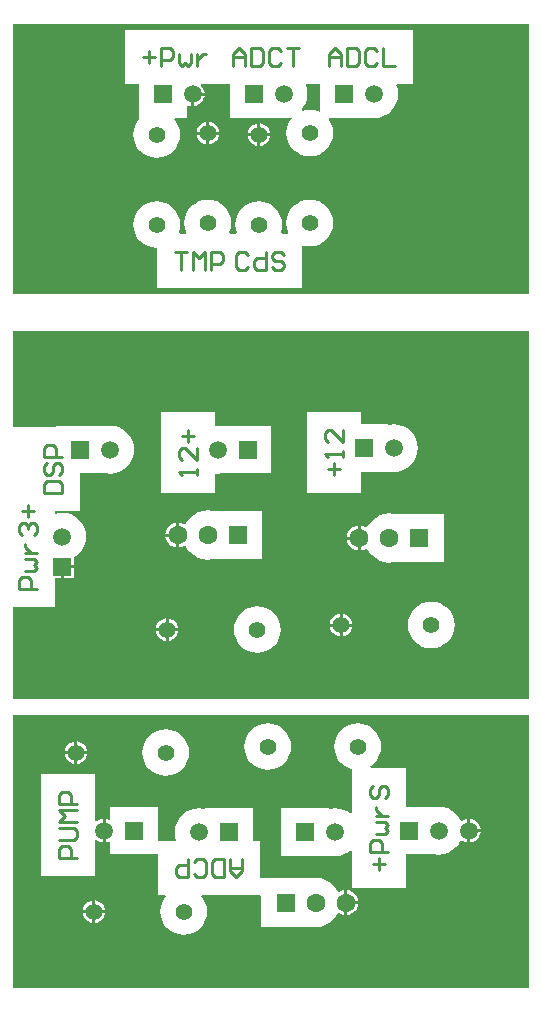
<source format=gtl>
G04 Layer_Physical_Order=1*
G04 Layer_Color=255*
%FSLAX25Y25*%
%MOIN*%
G70*
G01*
G75*
%ADD10C,0.01000*%
%ADD11C,0.05512*%
%ADD12C,0.06299*%
%ADD13R,0.06299X0.06299*%
%ADD14R,0.05906X0.05906*%
%ADD15C,0.05906*%
%ADD16R,0.05906X0.05906*%
G36*
X634952Y450000D02*
X463048D01*
Y539953D01*
X634952D01*
Y450000D01*
D02*
G37*
G36*
Y315000D02*
X463048D01*
Y345500D01*
X477000D01*
Y355047D01*
X479000D01*
Y359000D01*
X479500D01*
Y359500D01*
X483453D01*
Y362095D01*
X483940Y362355D01*
X485151Y363349D01*
X486144Y364560D01*
X486883Y365942D01*
X487338Y367441D01*
X487491Y369000D01*
X487338Y370559D01*
X486883Y372058D01*
X486144Y373440D01*
X485151Y374651D01*
X483940Y375644D01*
X482558Y376383D01*
X481059Y376838D01*
X479500Y376991D01*
X477941Y376838D01*
X477402Y376674D01*
X477000Y376972D01*
Y377500D01*
X485500D01*
Y390047D01*
X493453D01*
Y390047D01*
X493623Y390174D01*
X493953Y390161D01*
X495500Y390009D01*
X497059Y390162D01*
X498558Y390617D01*
X499940Y391355D01*
X501151Y392349D01*
X502144Y393560D01*
X502883Y394942D01*
X503338Y396441D01*
X503491Y398000D01*
X503338Y399559D01*
X502883Y401058D01*
X502144Y402440D01*
X501151Y403651D01*
X499940Y404644D01*
X498558Y405383D01*
X497059Y405838D01*
X495500Y405991D01*
X493953Y405839D01*
X493623Y405826D01*
X493453Y405953D01*
Y405953D01*
X477547D01*
Y405495D01*
X463048D01*
Y437500D01*
X634952D01*
Y315000D01*
D02*
G37*
G36*
Y218548D02*
X463048D01*
Y309500D01*
X634952D01*
Y218548D01*
D02*
G37*
%LPC*%
G36*
X526921Y516000D02*
X523500D01*
Y512579D01*
X524032Y512649D01*
X524993Y513047D01*
X525819Y513681D01*
X526453Y514507D01*
X526851Y515468D01*
X526921Y516000D01*
D02*
G37*
G36*
X596493Y537998D02*
X500500D01*
Y520000D01*
X505047D01*
Y508547D01*
X505047Y508547D01*
X505047D01*
X505109Y508047D01*
X504520Y507330D01*
X503800Y505982D01*
X503356Y504520D01*
X503207Y503000D01*
X503356Y501480D01*
X503800Y500018D01*
X504520Y498670D01*
X505489Y497489D01*
X506670Y496520D01*
X508018Y495800D01*
X509480Y495356D01*
X511000Y495207D01*
X512520Y495356D01*
X513982Y495800D01*
X515330Y496520D01*
X516511Y497489D01*
X517480Y498670D01*
X518200Y500018D01*
X518644Y501480D01*
X518793Y503000D01*
X518644Y504520D01*
X518200Y505982D01*
X517480Y507330D01*
X516891Y508047D01*
X517128Y508547D01*
X520953D01*
Y512528D01*
X521453Y512862D01*
X521968Y512649D01*
X522500Y512579D01*
Y516500D01*
X523000D01*
Y517000D01*
X526921D01*
X526851Y517532D01*
X526453Y518493D01*
X525819Y519319D01*
X525583Y519500D01*
X525753Y520000D01*
X535297D01*
Y508547D01*
X551203D01*
Y508547D01*
X551373Y508674D01*
X551703Y508661D01*
X553250Y508509D01*
X554809Y508662D01*
X555804Y508964D01*
X556094Y508530D01*
X555520Y507830D01*
X554800Y506482D01*
X554356Y505020D01*
X554207Y503500D01*
X554356Y501980D01*
X554800Y500518D01*
X555520Y499170D01*
X556489Y497989D01*
X557670Y497020D01*
X559018Y496300D01*
X560480Y495856D01*
X562000Y495707D01*
X563520Y495856D01*
X564982Y496300D01*
X566330Y497020D01*
X567511Y497989D01*
X568480Y499170D01*
X569200Y500518D01*
X569644Y501980D01*
X569793Y503500D01*
X569644Y505020D01*
X569200Y506482D01*
X568480Y507830D01*
X568262Y508095D01*
X568476Y508547D01*
X581453D01*
Y508547D01*
X581624Y508674D01*
X581953Y508661D01*
X583500Y508509D01*
X585059Y508662D01*
X586558Y509117D01*
X587940Y509856D01*
X589151Y510849D01*
X590144Y512060D01*
X590883Y513442D01*
X591338Y514941D01*
X591491Y516500D01*
X591338Y518059D01*
X590901Y519500D01*
X591055Y519869D01*
X591133Y520000D01*
X596493D01*
Y537998D01*
D02*
G37*
G36*
X528500Y507223D02*
Y504000D01*
X531722D01*
X531659Y504481D01*
X531281Y505394D01*
X530679Y506179D01*
X529894Y506781D01*
X528980Y507159D01*
X528500Y507223D01*
D02*
G37*
G36*
X527500D02*
X527020Y507159D01*
X526106Y506781D01*
X525321Y506179D01*
X524719Y505394D01*
X524341Y504481D01*
X524277Y504000D01*
X527500D01*
Y507223D01*
D02*
G37*
G36*
X545500Y506722D02*
Y503500D01*
X548723D01*
X548659Y503980D01*
X548281Y504894D01*
X547679Y505679D01*
X546894Y506281D01*
X545981Y506659D01*
X545500Y506722D01*
D02*
G37*
G36*
X544500D02*
X544020Y506659D01*
X543106Y506281D01*
X542321Y505679D01*
X541719Y504894D01*
X541341Y503980D01*
X541278Y503500D01*
X544500D01*
Y506722D01*
D02*
G37*
G36*
X531722Y503000D02*
X528500D01*
Y499778D01*
X528980Y499841D01*
X529894Y500219D01*
X530679Y500821D01*
X531281Y501606D01*
X531659Y502520D01*
X531722Y503000D01*
D02*
G37*
G36*
X527500D02*
X524277D01*
X524341Y502520D01*
X524719Y501606D01*
X525321Y500821D01*
X526106Y500219D01*
X527020Y499841D01*
X527500Y499778D01*
Y503000D01*
D02*
G37*
G36*
X548723Y502500D02*
X545500D01*
Y499277D01*
X545981Y499341D01*
X546894Y499719D01*
X547679Y500321D01*
X548281Y501106D01*
X548659Y502020D01*
X548723Y502500D01*
D02*
G37*
G36*
X544500D02*
X541278D01*
X541341Y502020D01*
X541719Y501106D01*
X542321Y500321D01*
X543106Y499719D01*
X544020Y499341D01*
X544500Y499277D01*
Y502500D01*
D02*
G37*
G36*
X562000Y481293D02*
X560480Y481144D01*
X559018Y480700D01*
X557670Y479980D01*
X556489Y479011D01*
X555520Y477830D01*
X554800Y476482D01*
X554356Y475020D01*
X554207Y473500D01*
X554356Y471980D01*
X554800Y470518D01*
X554848Y470427D01*
X554591Y469998D01*
X552717D01*
X552346Y470498D01*
X552644Y471480D01*
X552793Y473000D01*
X552644Y474520D01*
X552200Y475982D01*
X551480Y477330D01*
X550511Y478511D01*
X549330Y479480D01*
X547982Y480200D01*
X546520Y480644D01*
X545000Y480793D01*
X543480Y480644D01*
X542018Y480200D01*
X540670Y479480D01*
X539489Y478511D01*
X538520Y477330D01*
X537800Y475982D01*
X537356Y474520D01*
X537207Y473000D01*
X537356Y471480D01*
X537654Y470498D01*
X537283Y469998D01*
X535409D01*
X535152Y470427D01*
X535200Y470518D01*
X535644Y471980D01*
X535793Y473500D01*
X535644Y475020D01*
X535200Y476482D01*
X534480Y477830D01*
X533511Y479011D01*
X532330Y479980D01*
X530982Y480700D01*
X529520Y481144D01*
X528000Y481293D01*
X526480Y481144D01*
X525018Y480700D01*
X523670Y479980D01*
X522489Y479011D01*
X521520Y477830D01*
X520800Y476482D01*
X520356Y475020D01*
X520207Y473500D01*
X520356Y471980D01*
X520800Y470518D01*
X520848Y470427D01*
X520591Y469998D01*
X518717D01*
X518346Y470498D01*
X518644Y471480D01*
X518793Y473000D01*
X518644Y474520D01*
X518200Y475982D01*
X517480Y477330D01*
X516511Y478511D01*
X515330Y479480D01*
X513982Y480200D01*
X512520Y480644D01*
X511000Y480793D01*
X509480Y480644D01*
X508018Y480200D01*
X506670Y479480D01*
X505489Y478511D01*
X504520Y477330D01*
X503800Y475982D01*
X503356Y474520D01*
X503207Y473000D01*
X503356Y471480D01*
X503800Y470018D01*
X504520Y468670D01*
X505489Y467489D01*
X506670Y466520D01*
X508018Y465800D01*
X509480Y465356D01*
X511000Y465207D01*
Y452000D01*
X559495D01*
Y465735D01*
X559896Y466033D01*
X560480Y465856D01*
X562000Y465707D01*
X563520Y465856D01*
X564982Y466300D01*
X566330Y467020D01*
X567511Y467989D01*
X568480Y469170D01*
X569200Y470518D01*
X569644Y471980D01*
X569793Y473500D01*
X569644Y475020D01*
X569200Y476482D01*
X568480Y477830D01*
X567511Y479011D01*
X566330Y479980D01*
X564982Y480700D01*
X563520Y481144D01*
X562000Y481293D01*
D02*
G37*
%LPD*%
G36*
X565547Y510885D02*
X565118Y510628D01*
X564982Y510700D01*
X563520Y511144D01*
X562000Y511293D01*
X560480Y511144D01*
X559560Y510865D01*
X559270Y511299D01*
X559895Y512060D01*
X560633Y513442D01*
X561088Y514941D01*
X561241Y516500D01*
X561088Y518059D01*
X560651Y519500D01*
X560805Y519869D01*
X560883Y520000D01*
X565547D01*
Y510885D01*
D02*
G37*
%LPC*%
G36*
X579000Y410495D02*
X561002D01*
Y383500D01*
X579000D01*
Y390547D01*
X587953D01*
Y390547D01*
X588124Y390674D01*
X588453Y390661D01*
X590000Y390509D01*
X591559Y390662D01*
X593058Y391117D01*
X594440Y391856D01*
X595651Y392849D01*
X596644Y394060D01*
X597383Y395442D01*
X597838Y396941D01*
X597991Y398500D01*
X597838Y400059D01*
X597383Y401558D01*
X596644Y402940D01*
X595651Y404151D01*
X594440Y405145D01*
X593058Y405883D01*
X591559Y406338D01*
X590000Y406491D01*
X588453Y406339D01*
X588124Y406326D01*
X587953Y406453D01*
Y406453D01*
X579000D01*
Y410495D01*
D02*
G37*
G36*
X530500D02*
X512502D01*
Y383500D01*
X530500D01*
Y389710D01*
X530870Y390046D01*
X531250Y390009D01*
X532797Y390161D01*
X533126Y390174D01*
X533297Y390047D01*
Y390047D01*
X549203D01*
Y405953D01*
X533297D01*
Y405953D01*
X533126Y405826D01*
X532797Y405839D01*
X531250Y405991D01*
X530870Y405954D01*
X530500Y406290D01*
Y410495D01*
D02*
G37*
G36*
X528000Y377689D02*
X526402Y377532D01*
X524866Y377066D01*
X523450Y376309D01*
X522210Y375290D01*
X521191Y374050D01*
X520703Y373137D01*
X520214Y373031D01*
X520093Y373125D01*
X519083Y373543D01*
X518500Y373620D01*
Y369500D01*
Y365380D01*
X519083Y365457D01*
X520093Y365875D01*
X520214Y365969D01*
X520703Y365863D01*
X521191Y364950D01*
X522210Y363709D01*
X523450Y362691D01*
X524866Y361934D01*
X526402Y361468D01*
X528000Y361311D01*
X529350Y361444D01*
X529850Y361350D01*
Y361350D01*
X546150D01*
Y377650D01*
X529850D01*
X529850Y377650D01*
X529350Y377556D01*
X528000Y377689D01*
D02*
G37*
G36*
X588500Y376689D02*
X586902Y376532D01*
X585366Y376066D01*
X583950Y375309D01*
X582710Y374290D01*
X581691Y373050D01*
X581203Y372137D01*
X580714Y372031D01*
X580593Y372125D01*
X579583Y372543D01*
X579000Y372620D01*
Y368500D01*
Y364380D01*
X579583Y364457D01*
X580593Y364875D01*
X580714Y364969D01*
X581203Y364863D01*
X581691Y363950D01*
X582710Y362709D01*
X583950Y361691D01*
X585366Y360934D01*
X586902Y360468D01*
X588500Y360311D01*
X589850Y360444D01*
X590350Y360350D01*
Y360350D01*
X606650D01*
Y376650D01*
X590350D01*
X590350Y376650D01*
X589850Y376556D01*
X588500Y376689D01*
D02*
G37*
G36*
X517500Y373620D02*
X516917Y373543D01*
X515907Y373125D01*
X515040Y372460D01*
X514375Y371593D01*
X513957Y370583D01*
X513880Y370000D01*
X517500D01*
Y373620D01*
D02*
G37*
G36*
X578000Y372620D02*
X577417Y372543D01*
X576407Y372125D01*
X575540Y371460D01*
X574875Y370593D01*
X574457Y369583D01*
X574380Y369000D01*
X578000D01*
Y372620D01*
D02*
G37*
G36*
X517500Y369000D02*
X513880D01*
X513957Y368417D01*
X514375Y367407D01*
X515040Y366541D01*
X515907Y365875D01*
X516917Y365457D01*
X517500Y365380D01*
Y369000D01*
D02*
G37*
G36*
X578000Y368000D02*
X574380D01*
X574457Y367417D01*
X574875Y366407D01*
X575540Y365541D01*
X576407Y364875D01*
X577417Y364457D01*
X578000Y364380D01*
Y368000D01*
D02*
G37*
G36*
X483453Y358500D02*
X480000D01*
Y355047D01*
X483453D01*
Y358500D01*
D02*
G37*
G36*
X573000Y343222D02*
Y340000D01*
X576223D01*
X576159Y340480D01*
X575781Y341394D01*
X575179Y342179D01*
X574394Y342781D01*
X573481Y343159D01*
X573000Y343222D01*
D02*
G37*
G36*
X572000D02*
X571520Y343159D01*
X570606Y342781D01*
X569821Y342179D01*
X569219Y341394D01*
X568841Y340480D01*
X568778Y340000D01*
X572000D01*
Y343222D01*
D02*
G37*
G36*
X515000Y341722D02*
Y338500D01*
X518223D01*
X518159Y338981D01*
X517781Y339894D01*
X517179Y340679D01*
X516394Y341281D01*
X515481Y341659D01*
X515000Y341722D01*
D02*
G37*
G36*
X514000D02*
X513519Y341659D01*
X512606Y341281D01*
X511821Y340679D01*
X511219Y339894D01*
X510841Y338981D01*
X510778Y338500D01*
X514000D01*
Y341722D01*
D02*
G37*
G36*
X576223Y339000D02*
X573000D01*
Y335777D01*
X573481Y335841D01*
X574394Y336219D01*
X575179Y336821D01*
X575781Y337606D01*
X576159Y338520D01*
X576223Y339000D01*
D02*
G37*
G36*
X572000D02*
X568778D01*
X568841Y338520D01*
X569219Y337606D01*
X569821Y336821D01*
X570606Y336219D01*
X571520Y335841D01*
X572000Y335777D01*
Y339000D01*
D02*
G37*
G36*
X518223Y337500D02*
X515000D01*
Y334278D01*
X515481Y334341D01*
X516394Y334719D01*
X517179Y335321D01*
X517781Y336106D01*
X518159Y337019D01*
X518223Y337500D01*
D02*
G37*
G36*
X514000D02*
X510778D01*
X510841Y337019D01*
X511219Y336106D01*
X511821Y335321D01*
X512606Y334719D01*
X513519Y334341D01*
X514000Y334278D01*
Y337500D01*
D02*
G37*
G36*
X602500Y347293D02*
X600980Y347144D01*
X599518Y346700D01*
X598170Y345980D01*
X596989Y345011D01*
X596020Y343830D01*
X595300Y342482D01*
X594856Y341020D01*
X594707Y339500D01*
X594856Y337980D01*
X595300Y336518D01*
X596020Y335170D01*
X596989Y333989D01*
X598170Y333020D01*
X599518Y332300D01*
X600980Y331856D01*
X602500Y331707D01*
X604020Y331856D01*
X605482Y332300D01*
X606830Y333020D01*
X608011Y333989D01*
X608980Y335170D01*
X609700Y336518D01*
X610144Y337980D01*
X610293Y339500D01*
X610144Y341020D01*
X609700Y342482D01*
X608980Y343830D01*
X608011Y345011D01*
X606830Y345980D01*
X605482Y346700D01*
X604020Y347144D01*
X602500Y347293D01*
D02*
G37*
G36*
X544500Y345793D02*
X542980Y345644D01*
X541518Y345200D01*
X540170Y344480D01*
X538989Y343511D01*
X538020Y342330D01*
X537300Y340982D01*
X536856Y339520D01*
X536707Y338000D01*
X536856Y336480D01*
X537300Y335018D01*
X538020Y333670D01*
X538989Y332489D01*
X540170Y331520D01*
X541518Y330800D01*
X542980Y330356D01*
X544500Y330207D01*
X546020Y330356D01*
X547482Y330800D01*
X548830Y331520D01*
X550011Y332489D01*
X550980Y333670D01*
X551700Y335018D01*
X552144Y336480D01*
X552293Y338000D01*
X552144Y339520D01*
X551700Y340982D01*
X550980Y342330D01*
X550011Y343511D01*
X548830Y344480D01*
X547482Y345200D01*
X546020Y345644D01*
X544500Y345793D01*
D02*
G37*
G36*
X484500Y300723D02*
Y297500D01*
X487722D01*
X487659Y297980D01*
X487281Y298894D01*
X486679Y299679D01*
X485894Y300281D01*
X484980Y300659D01*
X484500Y300723D01*
D02*
G37*
G36*
X483500D02*
X483019Y300659D01*
X482106Y300281D01*
X481321Y299679D01*
X480719Y298894D01*
X480341Y297980D01*
X480277Y297500D01*
X483500D01*
Y300723D01*
D02*
G37*
G36*
X487722Y296500D02*
X484500D01*
Y293278D01*
X484980Y293341D01*
X485894Y293719D01*
X486679Y294321D01*
X487281Y295106D01*
X487659Y296020D01*
X487722Y296500D01*
D02*
G37*
G36*
X483500D02*
X480277D01*
X480341Y296020D01*
X480719Y295106D01*
X481321Y294321D01*
X482106Y293719D01*
X483019Y293341D01*
X483500Y293278D01*
Y296500D01*
D02*
G37*
G36*
X548000Y306793D02*
X546480Y306644D01*
X545018Y306200D01*
X543670Y305480D01*
X542489Y304511D01*
X541520Y303330D01*
X540800Y301982D01*
X540356Y300520D01*
X540207Y299000D01*
X540356Y297480D01*
X540800Y296018D01*
X541520Y294670D01*
X542489Y293489D01*
X543670Y292520D01*
X545018Y291800D01*
X546480Y291356D01*
X548000Y291207D01*
X549520Y291356D01*
X550982Y291800D01*
X552330Y292520D01*
X553511Y293489D01*
X554480Y294670D01*
X555200Y296018D01*
X555644Y297480D01*
X555793Y299000D01*
X555644Y300520D01*
X555200Y301982D01*
X554480Y303330D01*
X553511Y304511D01*
X552330Y305480D01*
X550982Y306200D01*
X549520Y306644D01*
X548000Y306793D01*
D02*
G37*
G36*
X514000Y304793D02*
X512480Y304644D01*
X511018Y304200D01*
X509670Y303480D01*
X508489Y302511D01*
X507520Y301330D01*
X506800Y299982D01*
X506356Y298520D01*
X506207Y297000D01*
X506356Y295480D01*
X506800Y294018D01*
X507520Y292670D01*
X508489Y291489D01*
X509670Y290520D01*
X511018Y289800D01*
X512480Y289356D01*
X514000Y289207D01*
X515520Y289356D01*
X516982Y289800D01*
X518330Y290520D01*
X519511Y291489D01*
X520480Y292670D01*
X521200Y294018D01*
X521644Y295480D01*
X521793Y297000D01*
X521644Y298520D01*
X521200Y299982D01*
X520480Y301330D01*
X519511Y302511D01*
X518330Y303480D01*
X516982Y304200D01*
X515520Y304644D01*
X514000Y304793D01*
D02*
G37*
G36*
X578000Y306793D02*
X576480Y306644D01*
X575018Y306200D01*
X573670Y305480D01*
X572489Y304511D01*
X571520Y303330D01*
X570800Y301982D01*
X570356Y300520D01*
X570207Y299000D01*
X570356Y297480D01*
X570800Y296018D01*
X571520Y294670D01*
X572489Y293489D01*
X573670Y292520D01*
X575018Y291800D01*
X576002Y291501D01*
Y276857D01*
X575550Y276644D01*
X574940Y277145D01*
X573558Y277883D01*
X572059Y278338D01*
X570500Y278491D01*
X568953Y278339D01*
X568623Y278326D01*
X568453Y278453D01*
Y278453D01*
X552547D01*
Y262547D01*
X568453D01*
Y262547D01*
X568623Y262674D01*
X568953Y262661D01*
X570500Y262509D01*
X572059Y262662D01*
X573558Y263117D01*
X574940Y263856D01*
X575550Y264356D01*
X576002Y264143D01*
Y252000D01*
X594000D01*
Y263047D01*
X602953D01*
Y263047D01*
X603124Y263174D01*
X603453Y263161D01*
X605000Y263009D01*
X606559Y263162D01*
X608058Y263617D01*
X609440Y264355D01*
X610651Y265349D01*
X611645Y266560D01*
X612176Y267554D01*
X612817Y267693D01*
X613007Y267547D01*
X613968Y267149D01*
X614500Y267079D01*
Y271000D01*
Y274921D01*
X613968Y274851D01*
X613007Y274453D01*
X612817Y274307D01*
X612176Y274446D01*
X611645Y275440D01*
X610651Y276651D01*
X609440Y277644D01*
X608058Y278383D01*
X606559Y278838D01*
X605000Y278991D01*
X603453Y278839D01*
X603124Y278826D01*
X602953Y278953D01*
Y278953D01*
X594000D01*
Y291991D01*
X582369D01*
X582247Y292476D01*
X582330Y292520D01*
X583511Y293489D01*
X584480Y294670D01*
X585200Y296018D01*
X585644Y297480D01*
X585793Y299000D01*
X585644Y300520D01*
X585200Y301982D01*
X584480Y303330D01*
X583511Y304511D01*
X582330Y305480D01*
X580982Y306200D01*
X579520Y306644D01*
X578000Y306793D01*
D02*
G37*
G36*
X511453Y278953D02*
X495547D01*
Y274972D01*
X495047Y274638D01*
X494532Y274851D01*
X494000Y274921D01*
Y271000D01*
Y267079D01*
X494532Y267149D01*
X495047Y267362D01*
X495547Y267028D01*
Y263047D01*
X511007D01*
X511453Y263047D01*
X511507Y262570D01*
Y249502D01*
X513897D01*
X514111Y249050D01*
X513520Y248330D01*
X512800Y246982D01*
X512356Y245520D01*
X512207Y244000D01*
X512356Y242480D01*
X512800Y241018D01*
X513520Y239670D01*
X514489Y238489D01*
X515670Y237520D01*
X517018Y236800D01*
X518480Y236356D01*
X520000Y236207D01*
X521520Y236356D01*
X522982Y236800D01*
X524330Y237520D01*
X525511Y238489D01*
X526480Y239670D01*
X527200Y241018D01*
X527644Y242480D01*
X527793Y244000D01*
X527644Y245520D01*
X527200Y246982D01*
X526480Y248330D01*
X525889Y249050D01*
X526103Y249502D01*
X545350D01*
X545500Y249502D01*
X545850Y249147D01*
Y238850D01*
X562150D01*
X562150Y238850D01*
X562650Y238944D01*
X564000Y238811D01*
X565598Y238968D01*
X567134Y239434D01*
X568550Y240191D01*
X569791Y241210D01*
X570809Y242450D01*
X571297Y243363D01*
X571786Y243469D01*
X571907Y243375D01*
X572917Y242957D01*
X573500Y242880D01*
Y247000D01*
Y251120D01*
X572917Y251043D01*
X571907Y250625D01*
X571786Y250531D01*
X571297Y250637D01*
X570809Y251550D01*
X569791Y252790D01*
X568550Y253809D01*
X567134Y254566D01*
X565598Y255032D01*
X564000Y255189D01*
X562650Y255056D01*
X562150Y255150D01*
Y255150D01*
X546000D01*
X545850Y255150D01*
X545500Y255504D01*
Y267500D01*
X542953D01*
Y278453D01*
X527047D01*
Y278453D01*
X526876Y278326D01*
X526547Y278339D01*
X525000Y278491D01*
X523441Y278338D01*
X521942Y277883D01*
X520560Y277145D01*
X519349Y276151D01*
X518356Y274940D01*
X517617Y273558D01*
X517162Y272059D01*
X517009Y270500D01*
X517162Y268941D01*
X517478Y267902D01*
X517180Y267500D01*
X511507Y267500D01*
X511453Y267977D01*
Y278953D01*
D02*
G37*
G36*
X615500Y274921D02*
Y271500D01*
X618921D01*
X618851Y272032D01*
X618453Y272993D01*
X617819Y273819D01*
X616993Y274453D01*
X616032Y274851D01*
X615500Y274921D01*
D02*
G37*
G36*
X618921Y270500D02*
X615500D01*
Y267079D01*
X616032Y267149D01*
X616993Y267547D01*
X617819Y268181D01*
X618453Y269007D01*
X618851Y269968D01*
X618921Y270500D01*
D02*
G37*
G36*
X490500Y289993D02*
X472502D01*
Y256000D01*
X490500D01*
Y267689D01*
X491000Y267936D01*
X491507Y267547D01*
X492468Y267149D01*
X493000Y267079D01*
Y271000D01*
Y274921D01*
X492468Y274851D01*
X491507Y274453D01*
X491000Y274064D01*
X490500Y274311D01*
Y289993D01*
D02*
G37*
G36*
X574500Y251120D02*
Y247500D01*
X578120D01*
X578043Y248083D01*
X577625Y249093D01*
X576960Y249959D01*
X576093Y250625D01*
X575083Y251043D01*
X574500Y251120D01*
D02*
G37*
G36*
X490500Y247723D02*
Y244500D01*
X493722D01*
X493659Y244981D01*
X493281Y245894D01*
X492679Y246679D01*
X491894Y247281D01*
X490980Y247659D01*
X490500Y247723D01*
D02*
G37*
G36*
X489500D02*
X489019Y247659D01*
X488106Y247281D01*
X487321Y246679D01*
X486719Y245894D01*
X486341Y244981D01*
X486277Y244500D01*
X489500D01*
Y247723D01*
D02*
G37*
G36*
X578120Y246500D02*
X574500D01*
Y242880D01*
X575083Y242957D01*
X576093Y243375D01*
X576960Y244040D01*
X577625Y244907D01*
X578043Y245917D01*
X578120Y246500D01*
D02*
G37*
G36*
X493722Y243500D02*
X490500D01*
Y240278D01*
X490980Y240341D01*
X491894Y240719D01*
X492679Y241321D01*
X493281Y242106D01*
X493659Y243020D01*
X493722Y243500D01*
D02*
G37*
G36*
X489500D02*
X486277D01*
X486341Y243020D01*
X486719Y242106D01*
X487321Y241321D01*
X488106Y240719D01*
X489019Y240341D01*
X489500Y240278D01*
Y243500D01*
D02*
G37*
%LPD*%
D10*
X541499Y462998D02*
X540499Y463998D01*
X538500D01*
X537500Y462998D01*
Y459000D01*
X538500Y458000D01*
X540499D01*
X541499Y459000D01*
X547497Y463998D02*
Y458000D01*
X544498D01*
X543498Y459000D01*
Y460999D01*
X544498Y461999D01*
X547497D01*
X553495Y462998D02*
X552495Y463998D01*
X550496D01*
X549496Y462998D01*
Y461999D01*
X550496Y460999D01*
X552495D01*
X553495Y459999D01*
Y459000D01*
X552495Y458000D01*
X550496D01*
X549496Y459000D01*
X471000Y351500D02*
X465002D01*
Y354499D01*
X466002Y355499D01*
X468001D01*
X469001Y354499D01*
Y351500D01*
X467001Y357498D02*
X470000D01*
X471000Y358498D01*
X470000Y359497D01*
X471000Y360497D01*
X470000Y361497D01*
X467001D01*
Y363496D02*
X471000D01*
X469001D01*
X468001Y364496D01*
X467001Y365495D01*
Y366495D01*
X466002Y369494D02*
X465002Y370494D01*
Y372493D01*
X466002Y373493D01*
X467001D01*
X468001Y372493D01*
Y371494D01*
Y372493D01*
X469001Y373493D01*
X470000D01*
X471000Y372493D01*
Y370494D01*
X470000Y369494D01*
X468001Y375492D02*
Y379491D01*
X466002Y377492D02*
X470000D01*
X517000Y463998D02*
X520999D01*
X518999D01*
Y458000D01*
X522998D02*
Y463998D01*
X524997Y461999D01*
X526997Y463998D01*
Y458000D01*
X528996D02*
Y463998D01*
X531995D01*
X532995Y462998D01*
Y460999D01*
X531995Y459999D01*
X528996D01*
X568500Y526000D02*
Y529999D01*
X570499Y531998D01*
X572499Y529999D01*
Y526000D01*
Y528999D01*
X568500D01*
X574498Y531998D02*
Y526000D01*
X577497D01*
X578497Y527000D01*
Y530998D01*
X577497Y531998D01*
X574498D01*
X584495Y530998D02*
X583495Y531998D01*
X581496D01*
X580496Y530998D01*
Y527000D01*
X581496Y526000D01*
X583495D01*
X584495Y527000D01*
X586494Y531998D02*
Y526000D01*
X590493D01*
X506500Y528999D02*
X510499D01*
X508499Y530998D02*
Y527000D01*
X512498Y526000D02*
Y531998D01*
X515497D01*
X516497Y530998D01*
Y528999D01*
X515497Y527999D01*
X512498D01*
X518496Y529999D02*
Y527000D01*
X519496Y526000D01*
X520496Y527000D01*
X521495Y526000D01*
X522495Y527000D01*
Y529999D01*
X524494D02*
Y526000D01*
Y527999D01*
X525494Y528999D01*
X526494Y529999D01*
X527493D01*
X536500Y526000D02*
Y529999D01*
X538499Y531998D01*
X540499Y529999D01*
Y526000D01*
Y528999D01*
X536500D01*
X542498Y531998D02*
Y526000D01*
X545497D01*
X546497Y527000D01*
Y530998D01*
X545497Y531998D01*
X542498D01*
X552495Y530998D02*
X551495Y531998D01*
X549496D01*
X548496Y530998D01*
Y527000D01*
X549496Y526000D01*
X551495D01*
X552495Y527000D01*
X554494Y531998D02*
X558493D01*
X556494D01*
Y526000D01*
X473502Y383500D02*
X479500D01*
Y386499D01*
X478500Y387499D01*
X474502D01*
X473502Y386499D01*
Y383500D01*
X474502Y393497D02*
X473502Y392497D01*
Y390498D01*
X474502Y389498D01*
X475501D01*
X476501Y390498D01*
Y392497D01*
X477501Y393497D01*
X478500D01*
X479500Y392497D01*
Y390498D01*
X478500Y389498D01*
X479500Y395496D02*
X473502D01*
Y398495D01*
X474502Y399495D01*
X476501D01*
X477501Y398495D01*
Y395496D01*
X539500Y261500D02*
Y257501D01*
X537501Y255502D01*
X535501Y257501D01*
Y261500D01*
Y258501D01*
X539500D01*
X533502Y255502D02*
Y261500D01*
X530503D01*
X529503Y260500D01*
Y256502D01*
X530503Y255502D01*
X533502D01*
X523505Y256502D02*
X524505Y255502D01*
X526504D01*
X527504Y256502D01*
Y260500D01*
X526504Y261500D01*
X524505D01*
X523505Y260500D01*
X521506Y261500D02*
Y255502D01*
X518507D01*
X517507Y256502D01*
Y258501D01*
X518507Y259501D01*
X521506D01*
X524500Y389500D02*
Y391499D01*
Y390500D01*
X518502D01*
X519502Y389500D01*
X524500Y398497D02*
Y394498D01*
X520501Y398497D01*
X519502D01*
X518502Y397497D01*
Y395498D01*
X519502Y394498D01*
X521501Y400496D02*
Y404495D01*
X519502Y402496D02*
X523500D01*
X570001Y389500D02*
Y393499D01*
X568002Y391499D02*
X572000D01*
X573000Y395498D02*
Y397497D01*
Y396498D01*
X567002D01*
X568002Y395498D01*
X573000Y404495D02*
Y400496D01*
X569001Y404495D01*
X568002D01*
X567002Y403496D01*
Y401496D01*
X568002Y400496D01*
X585001Y258000D02*
Y261999D01*
X583002Y259999D02*
X587000D01*
X588000Y263998D02*
X582002D01*
Y266997D01*
X583002Y267997D01*
X585001D01*
X586001Y266997D01*
Y263998D01*
X584001Y269996D02*
X587000D01*
X588000Y270996D01*
X587000Y271995D01*
X588000Y272995D01*
X587000Y273995D01*
X584001D01*
Y275994D02*
X588000D01*
X586001D01*
X585001Y276994D01*
X584001Y277993D01*
Y278993D01*
X583002Y285991D02*
X582002Y284991D01*
Y282992D01*
X583002Y281992D01*
X584001D01*
X585001Y282992D01*
Y284991D01*
X586001Y285991D01*
X587000D01*
X588000Y284991D01*
Y282992D01*
X587000Y281992D01*
X484500Y262000D02*
X478502D01*
Y264999D01*
X479502Y265999D01*
X481501D01*
X482501Y264999D01*
Y262000D01*
X478502Y267998D02*
X483500D01*
X484500Y268998D01*
Y270997D01*
X483500Y271997D01*
X478502D01*
X484500Y273996D02*
X478502D01*
X480501Y275995D01*
X478502Y277995D01*
X484500D01*
Y279994D02*
X478502D01*
Y282993D01*
X479502Y283993D01*
X481501D01*
X482501Y282993D01*
Y279994D01*
D11*
X578000Y299000D02*
D03*
X548000D02*
D03*
X514000Y297000D02*
D03*
X484000D02*
D03*
X520000Y244000D02*
D03*
X490000D02*
D03*
X602500Y339500D02*
D03*
X572500D02*
D03*
X544500Y338000D02*
D03*
X514500D02*
D03*
X562000Y473500D02*
D03*
Y503500D02*
D03*
X511000Y503000D02*
D03*
Y473000D02*
D03*
X528000Y473500D02*
D03*
Y503500D02*
D03*
X545000Y473000D02*
D03*
Y503000D02*
D03*
D12*
X578500Y368500D02*
D03*
X588500D02*
D03*
X518000Y369500D02*
D03*
X528000D02*
D03*
X574000Y247000D02*
D03*
X564000D02*
D03*
D13*
X598500Y368500D02*
D03*
X538000Y369500D02*
D03*
X554000Y247000D02*
D03*
D14*
X560500Y270500D02*
D03*
X535000D02*
D03*
X513000Y516500D02*
D03*
X573500D02*
D03*
X543250D02*
D03*
X485500Y398000D02*
D03*
X541250D02*
D03*
X580000Y398500D02*
D03*
X595000Y271000D02*
D03*
X503500D02*
D03*
D15*
X570500Y270500D02*
D03*
X525000D02*
D03*
X479500Y369000D02*
D03*
X523000Y516500D02*
D03*
X583500D02*
D03*
X553250D02*
D03*
X495500Y398000D02*
D03*
X531250D02*
D03*
X590000Y398500D02*
D03*
X605000Y271000D02*
D03*
X615000D02*
D03*
X493500D02*
D03*
D16*
X479500Y359000D02*
D03*
M02*

</source>
